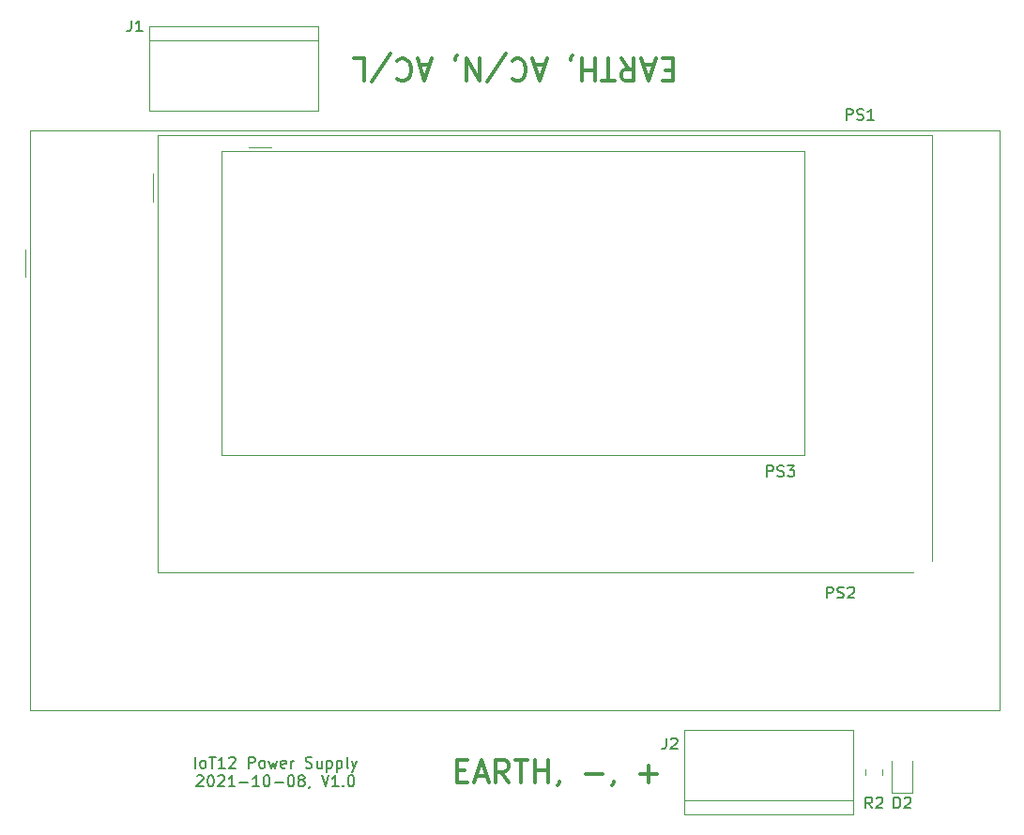
<source format=gto>
G04 #@! TF.GenerationSoftware,KiCad,Pcbnew,(5.1.10)-1*
G04 #@! TF.CreationDate,2021-10-08T18:43:58+02:00*
G04 #@! TF.ProjectId,IoT12 Power Supply,496f5431-3220-4506-9f77-657220537570,rev?*
G04 #@! TF.SameCoordinates,Original*
G04 #@! TF.FileFunction,Legend,Top*
G04 #@! TF.FilePolarity,Positive*
%FSLAX46Y46*%
G04 Gerber Fmt 4.6, Leading zero omitted, Abs format (unit mm)*
G04 Created by KiCad (PCBNEW (5.1.10)-1) date 2021-10-08 18:43:58*
%MOMM*%
%LPD*%
G01*
G04 APERTURE LIST*
%ADD10C,0.300000*%
%ADD11C,0.150000*%
%ADD12C,0.120000*%
%ADD13C,2.500000*%
%ADD14R,2.500000X2.500000*%
%ADD15C,4.000000*%
%ADD16C,0.800000*%
%ADD17C,6.400000*%
%ADD18C,3.000000*%
%ADD19R,3.000000X3.000000*%
G04 APERTURE END LIST*
D10*
X147162380Y-121777142D02*
X147829047Y-121777142D01*
X148114761Y-122824761D02*
X147162380Y-122824761D01*
X147162380Y-120824761D01*
X148114761Y-120824761D01*
X148876666Y-122253333D02*
X149829047Y-122253333D01*
X148686190Y-122824761D02*
X149352857Y-120824761D01*
X150019523Y-122824761D01*
X151829047Y-122824761D02*
X151162380Y-121872380D01*
X150686190Y-122824761D02*
X150686190Y-120824761D01*
X151448095Y-120824761D01*
X151638571Y-120920000D01*
X151733809Y-121015238D01*
X151829047Y-121205714D01*
X151829047Y-121491428D01*
X151733809Y-121681904D01*
X151638571Y-121777142D01*
X151448095Y-121872380D01*
X150686190Y-121872380D01*
X152400476Y-120824761D02*
X153543333Y-120824761D01*
X152971904Y-122824761D02*
X152971904Y-120824761D01*
X154210000Y-122824761D02*
X154210000Y-120824761D01*
X154210000Y-121777142D02*
X155352857Y-121777142D01*
X155352857Y-122824761D02*
X155352857Y-120824761D01*
X156400476Y-122729523D02*
X156400476Y-122824761D01*
X156305238Y-123015238D01*
X156210000Y-123110476D01*
X158781428Y-122062857D02*
X160305238Y-122062857D01*
X161352857Y-122729523D02*
X161352857Y-122824761D01*
X161257619Y-123015238D01*
X161162380Y-123110476D01*
X163733809Y-122062857D02*
X165257619Y-122062857D01*
X164495714Y-122824761D02*
X164495714Y-121300952D01*
X166638095Y-58562857D02*
X165971428Y-58562857D01*
X165685714Y-57515238D02*
X166638095Y-57515238D01*
X166638095Y-59515238D01*
X165685714Y-59515238D01*
X164923809Y-58086666D02*
X163971428Y-58086666D01*
X165114285Y-57515238D02*
X164447619Y-59515238D01*
X163780952Y-57515238D01*
X161971428Y-57515238D02*
X162638095Y-58467619D01*
X163114285Y-57515238D02*
X163114285Y-59515238D01*
X162352380Y-59515238D01*
X162161904Y-59420000D01*
X162066666Y-59324761D01*
X161971428Y-59134285D01*
X161971428Y-58848571D01*
X162066666Y-58658095D01*
X162161904Y-58562857D01*
X162352380Y-58467619D01*
X163114285Y-58467619D01*
X161400000Y-59515238D02*
X160257142Y-59515238D01*
X160828571Y-57515238D02*
X160828571Y-59515238D01*
X159590476Y-57515238D02*
X159590476Y-59515238D01*
X159590476Y-58562857D02*
X158447619Y-58562857D01*
X158447619Y-57515238D02*
X158447619Y-59515238D01*
X157400000Y-57610476D02*
X157400000Y-57515238D01*
X157495238Y-57324761D01*
X157590476Y-57229523D01*
X155114285Y-58086666D02*
X154161904Y-58086666D01*
X155304761Y-57515238D02*
X154638095Y-59515238D01*
X153971428Y-57515238D01*
X152161904Y-57705714D02*
X152257142Y-57610476D01*
X152542857Y-57515238D01*
X152733333Y-57515238D01*
X153019047Y-57610476D01*
X153209523Y-57800952D01*
X153304761Y-57991428D01*
X153400000Y-58372380D01*
X153400000Y-58658095D01*
X153304761Y-59039047D01*
X153209523Y-59229523D01*
X153019047Y-59420000D01*
X152733333Y-59515238D01*
X152542857Y-59515238D01*
X152257142Y-59420000D01*
X152161904Y-59324761D01*
X149876190Y-59610476D02*
X151590476Y-57039047D01*
X149209523Y-57515238D02*
X149209523Y-59515238D01*
X148066666Y-57515238D01*
X148066666Y-59515238D01*
X147019047Y-57610476D02*
X147019047Y-57515238D01*
X147114285Y-57324761D01*
X147209523Y-57229523D01*
X144733333Y-58086666D02*
X143780952Y-58086666D01*
X144923809Y-57515238D02*
X144257142Y-59515238D01*
X143590476Y-57515238D01*
X141780952Y-57705714D02*
X141876190Y-57610476D01*
X142161904Y-57515238D01*
X142352380Y-57515238D01*
X142638095Y-57610476D01*
X142828571Y-57800952D01*
X142923809Y-57991428D01*
X143019047Y-58372380D01*
X143019047Y-58658095D01*
X142923809Y-59039047D01*
X142828571Y-59229523D01*
X142638095Y-59420000D01*
X142352380Y-59515238D01*
X142161904Y-59515238D01*
X141876190Y-59420000D01*
X141780952Y-59324761D01*
X139495238Y-59610476D02*
X141209523Y-57039047D01*
X137876190Y-57515238D02*
X138828571Y-57515238D01*
X138828571Y-59515238D01*
D11*
X123571904Y-121547380D02*
X123571904Y-120547380D01*
X124190952Y-121547380D02*
X124095714Y-121499761D01*
X124048095Y-121452142D01*
X124000476Y-121356904D01*
X124000476Y-121071190D01*
X124048095Y-120975952D01*
X124095714Y-120928333D01*
X124190952Y-120880714D01*
X124333809Y-120880714D01*
X124429047Y-120928333D01*
X124476666Y-120975952D01*
X124524285Y-121071190D01*
X124524285Y-121356904D01*
X124476666Y-121452142D01*
X124429047Y-121499761D01*
X124333809Y-121547380D01*
X124190952Y-121547380D01*
X124810000Y-120547380D02*
X125381428Y-120547380D01*
X125095714Y-121547380D02*
X125095714Y-120547380D01*
X126238571Y-121547380D02*
X125667142Y-121547380D01*
X125952857Y-121547380D02*
X125952857Y-120547380D01*
X125857619Y-120690238D01*
X125762380Y-120785476D01*
X125667142Y-120833095D01*
X126619523Y-120642619D02*
X126667142Y-120595000D01*
X126762380Y-120547380D01*
X127000476Y-120547380D01*
X127095714Y-120595000D01*
X127143333Y-120642619D01*
X127190952Y-120737857D01*
X127190952Y-120833095D01*
X127143333Y-120975952D01*
X126571904Y-121547380D01*
X127190952Y-121547380D01*
X128381428Y-121547380D02*
X128381428Y-120547380D01*
X128762380Y-120547380D01*
X128857619Y-120595000D01*
X128905238Y-120642619D01*
X128952857Y-120737857D01*
X128952857Y-120880714D01*
X128905238Y-120975952D01*
X128857619Y-121023571D01*
X128762380Y-121071190D01*
X128381428Y-121071190D01*
X129524285Y-121547380D02*
X129429047Y-121499761D01*
X129381428Y-121452142D01*
X129333809Y-121356904D01*
X129333809Y-121071190D01*
X129381428Y-120975952D01*
X129429047Y-120928333D01*
X129524285Y-120880714D01*
X129667142Y-120880714D01*
X129762380Y-120928333D01*
X129810000Y-120975952D01*
X129857619Y-121071190D01*
X129857619Y-121356904D01*
X129810000Y-121452142D01*
X129762380Y-121499761D01*
X129667142Y-121547380D01*
X129524285Y-121547380D01*
X130190952Y-120880714D02*
X130381428Y-121547380D01*
X130571904Y-121071190D01*
X130762380Y-121547380D01*
X130952857Y-120880714D01*
X131714761Y-121499761D02*
X131619523Y-121547380D01*
X131429047Y-121547380D01*
X131333809Y-121499761D01*
X131286190Y-121404523D01*
X131286190Y-121023571D01*
X131333809Y-120928333D01*
X131429047Y-120880714D01*
X131619523Y-120880714D01*
X131714761Y-120928333D01*
X131762380Y-121023571D01*
X131762380Y-121118809D01*
X131286190Y-121214047D01*
X132190952Y-121547380D02*
X132190952Y-120880714D01*
X132190952Y-121071190D02*
X132238571Y-120975952D01*
X132286190Y-120928333D01*
X132381428Y-120880714D01*
X132476666Y-120880714D01*
X133524285Y-121499761D02*
X133667142Y-121547380D01*
X133905238Y-121547380D01*
X134000476Y-121499761D01*
X134048095Y-121452142D01*
X134095714Y-121356904D01*
X134095714Y-121261666D01*
X134048095Y-121166428D01*
X134000476Y-121118809D01*
X133905238Y-121071190D01*
X133714761Y-121023571D01*
X133619523Y-120975952D01*
X133571904Y-120928333D01*
X133524285Y-120833095D01*
X133524285Y-120737857D01*
X133571904Y-120642619D01*
X133619523Y-120595000D01*
X133714761Y-120547380D01*
X133952857Y-120547380D01*
X134095714Y-120595000D01*
X134952857Y-120880714D02*
X134952857Y-121547380D01*
X134524285Y-120880714D02*
X134524285Y-121404523D01*
X134571904Y-121499761D01*
X134667142Y-121547380D01*
X134810000Y-121547380D01*
X134905238Y-121499761D01*
X134952857Y-121452142D01*
X135429047Y-120880714D02*
X135429047Y-121880714D01*
X135429047Y-120928333D02*
X135524285Y-120880714D01*
X135714761Y-120880714D01*
X135810000Y-120928333D01*
X135857619Y-120975952D01*
X135905238Y-121071190D01*
X135905238Y-121356904D01*
X135857619Y-121452142D01*
X135810000Y-121499761D01*
X135714761Y-121547380D01*
X135524285Y-121547380D01*
X135429047Y-121499761D01*
X136333809Y-120880714D02*
X136333809Y-121880714D01*
X136333809Y-120928333D02*
X136429047Y-120880714D01*
X136619523Y-120880714D01*
X136714761Y-120928333D01*
X136762380Y-120975952D01*
X136810000Y-121071190D01*
X136810000Y-121356904D01*
X136762380Y-121452142D01*
X136714761Y-121499761D01*
X136619523Y-121547380D01*
X136429047Y-121547380D01*
X136333809Y-121499761D01*
X137381428Y-121547380D02*
X137286190Y-121499761D01*
X137238571Y-121404523D01*
X137238571Y-120547380D01*
X137667142Y-120880714D02*
X137905238Y-121547380D01*
X138143333Y-120880714D02*
X137905238Y-121547380D01*
X137810000Y-121785476D01*
X137762380Y-121833095D01*
X137667142Y-121880714D01*
X123714761Y-122292619D02*
X123762380Y-122245000D01*
X123857619Y-122197380D01*
X124095714Y-122197380D01*
X124190952Y-122245000D01*
X124238571Y-122292619D01*
X124286190Y-122387857D01*
X124286190Y-122483095D01*
X124238571Y-122625952D01*
X123667142Y-123197380D01*
X124286190Y-123197380D01*
X124905238Y-122197380D02*
X125000476Y-122197380D01*
X125095714Y-122245000D01*
X125143333Y-122292619D01*
X125190952Y-122387857D01*
X125238571Y-122578333D01*
X125238571Y-122816428D01*
X125190952Y-123006904D01*
X125143333Y-123102142D01*
X125095714Y-123149761D01*
X125000476Y-123197380D01*
X124905238Y-123197380D01*
X124810000Y-123149761D01*
X124762380Y-123102142D01*
X124714761Y-123006904D01*
X124667142Y-122816428D01*
X124667142Y-122578333D01*
X124714761Y-122387857D01*
X124762380Y-122292619D01*
X124810000Y-122245000D01*
X124905238Y-122197380D01*
X125619523Y-122292619D02*
X125667142Y-122245000D01*
X125762380Y-122197380D01*
X126000476Y-122197380D01*
X126095714Y-122245000D01*
X126143333Y-122292619D01*
X126190952Y-122387857D01*
X126190952Y-122483095D01*
X126143333Y-122625952D01*
X125571904Y-123197380D01*
X126190952Y-123197380D01*
X127143333Y-123197380D02*
X126571904Y-123197380D01*
X126857619Y-123197380D02*
X126857619Y-122197380D01*
X126762380Y-122340238D01*
X126667142Y-122435476D01*
X126571904Y-122483095D01*
X127571904Y-122816428D02*
X128333809Y-122816428D01*
X129333809Y-123197380D02*
X128762380Y-123197380D01*
X129048095Y-123197380D02*
X129048095Y-122197380D01*
X128952857Y-122340238D01*
X128857619Y-122435476D01*
X128762380Y-122483095D01*
X129952857Y-122197380D02*
X130048095Y-122197380D01*
X130143333Y-122245000D01*
X130190952Y-122292619D01*
X130238571Y-122387857D01*
X130286190Y-122578333D01*
X130286190Y-122816428D01*
X130238571Y-123006904D01*
X130190952Y-123102142D01*
X130143333Y-123149761D01*
X130048095Y-123197380D01*
X129952857Y-123197380D01*
X129857619Y-123149761D01*
X129810000Y-123102142D01*
X129762380Y-123006904D01*
X129714761Y-122816428D01*
X129714761Y-122578333D01*
X129762380Y-122387857D01*
X129810000Y-122292619D01*
X129857619Y-122245000D01*
X129952857Y-122197380D01*
X130714761Y-122816428D02*
X131476666Y-122816428D01*
X132143333Y-122197380D02*
X132238571Y-122197380D01*
X132333809Y-122245000D01*
X132381428Y-122292619D01*
X132429047Y-122387857D01*
X132476666Y-122578333D01*
X132476666Y-122816428D01*
X132429047Y-123006904D01*
X132381428Y-123102142D01*
X132333809Y-123149761D01*
X132238571Y-123197380D01*
X132143333Y-123197380D01*
X132048095Y-123149761D01*
X132000476Y-123102142D01*
X131952857Y-123006904D01*
X131905238Y-122816428D01*
X131905238Y-122578333D01*
X131952857Y-122387857D01*
X132000476Y-122292619D01*
X132048095Y-122245000D01*
X132143333Y-122197380D01*
X133048095Y-122625952D02*
X132952857Y-122578333D01*
X132905238Y-122530714D01*
X132857619Y-122435476D01*
X132857619Y-122387857D01*
X132905238Y-122292619D01*
X132952857Y-122245000D01*
X133048095Y-122197380D01*
X133238571Y-122197380D01*
X133333809Y-122245000D01*
X133381428Y-122292619D01*
X133429047Y-122387857D01*
X133429047Y-122435476D01*
X133381428Y-122530714D01*
X133333809Y-122578333D01*
X133238571Y-122625952D01*
X133048095Y-122625952D01*
X132952857Y-122673571D01*
X132905238Y-122721190D01*
X132857619Y-122816428D01*
X132857619Y-123006904D01*
X132905238Y-123102142D01*
X132952857Y-123149761D01*
X133048095Y-123197380D01*
X133238571Y-123197380D01*
X133333809Y-123149761D01*
X133381428Y-123102142D01*
X133429047Y-123006904D01*
X133429047Y-122816428D01*
X133381428Y-122721190D01*
X133333809Y-122673571D01*
X133238571Y-122625952D01*
X133905238Y-123149761D02*
X133905238Y-123197380D01*
X133857619Y-123292619D01*
X133810000Y-123340238D01*
X134952857Y-122197380D02*
X135286190Y-123197380D01*
X135619523Y-122197380D01*
X136476666Y-123197380D02*
X135905238Y-123197380D01*
X136190952Y-123197380D02*
X136190952Y-122197380D01*
X136095714Y-122340238D01*
X136000476Y-122435476D01*
X135905238Y-122483095D01*
X136905238Y-123102142D02*
X136952857Y-123149761D01*
X136905238Y-123197380D01*
X136857619Y-123149761D01*
X136905238Y-123102142D01*
X136905238Y-123197380D01*
X137571904Y-122197380D02*
X137667142Y-122197380D01*
X137762380Y-122245000D01*
X137810000Y-122292619D01*
X137857619Y-122387857D01*
X137905238Y-122578333D01*
X137905238Y-122816428D01*
X137857619Y-123006904D01*
X137810000Y-123102142D01*
X137762380Y-123149761D01*
X137667142Y-123197380D01*
X137571904Y-123197380D01*
X137476666Y-123149761D01*
X137429047Y-123102142D01*
X137381428Y-123006904D01*
X137333809Y-122816428D01*
X137333809Y-122578333D01*
X137381428Y-122387857D01*
X137429047Y-122292619D01*
X137476666Y-122245000D01*
X137571904Y-122197380D01*
D12*
X119777000Y-67935500D02*
X119777000Y-70435500D01*
X120133000Y-64451500D02*
X120133000Y-103851500D01*
X190033000Y-103851500D02*
X190033000Y-64451500D01*
X120133000Y-103851500D02*
X190033000Y-103851500D01*
X190033000Y-64451500D02*
X120133000Y-64451500D01*
X184050000Y-122147064D02*
X184050000Y-121692936D01*
X185520000Y-122147064D02*
X185520000Y-121692936D01*
X186365000Y-120920000D02*
X186365000Y-123780000D01*
X186365000Y-123780000D02*
X188285000Y-123780000D01*
X188285000Y-123780000D02*
X188285000Y-120920000D01*
X130413000Y-65501500D02*
X128413000Y-65501500D01*
X178533000Y-65831500D02*
X178533000Y-93271500D01*
X125893000Y-65831500D02*
X178533000Y-65831500D01*
X125893000Y-93271500D02*
X178533000Y-93271500D01*
X125893000Y-65831500D02*
X125893000Y-93271500D01*
X108210000Y-77220000D02*
X108210000Y-74720000D01*
X108698400Y-63964200D02*
X108698400Y-116364200D01*
X196098400Y-116364200D02*
X196098400Y-63964200D01*
X108698400Y-116364200D02*
X196098400Y-116364200D01*
X196098400Y-63964200D02*
X108698400Y-63964200D01*
X167640000Y-125730000D02*
X167640000Y-118110000D01*
X182880000Y-125730000D02*
X182880000Y-118110000D01*
X167640000Y-124460000D02*
X182880000Y-124460000D01*
X167640000Y-118110000D02*
X182880000Y-118110000D01*
X167640000Y-125730000D02*
X182880000Y-125730000D01*
X134620000Y-54610000D02*
X134620000Y-62230000D01*
X119380000Y-54610000D02*
X119380000Y-62230000D01*
X134620000Y-55880000D02*
X119380000Y-55880000D01*
X134620000Y-62230000D02*
X119380000Y-62230000D01*
X134620000Y-54610000D02*
X119380000Y-54610000D01*
D11*
X180538714Y-106193880D02*
X180538714Y-105193880D01*
X180919666Y-105193880D01*
X181014904Y-105241500D01*
X181062523Y-105289119D01*
X181110142Y-105384357D01*
X181110142Y-105527214D01*
X181062523Y-105622452D01*
X181014904Y-105670071D01*
X180919666Y-105717690D01*
X180538714Y-105717690D01*
X181491095Y-106146261D02*
X181633952Y-106193880D01*
X181872047Y-106193880D01*
X181967285Y-106146261D01*
X182014904Y-106098642D01*
X182062523Y-106003404D01*
X182062523Y-105908166D01*
X182014904Y-105812928D01*
X181967285Y-105765309D01*
X181872047Y-105717690D01*
X181681571Y-105670071D01*
X181586333Y-105622452D01*
X181538714Y-105574833D01*
X181491095Y-105479595D01*
X181491095Y-105384357D01*
X181538714Y-105289119D01*
X181586333Y-105241500D01*
X181681571Y-105193880D01*
X181919666Y-105193880D01*
X182062523Y-105241500D01*
X182443476Y-105289119D02*
X182491095Y-105241500D01*
X182586333Y-105193880D01*
X182824428Y-105193880D01*
X182919666Y-105241500D01*
X182967285Y-105289119D01*
X183014904Y-105384357D01*
X183014904Y-105479595D01*
X182967285Y-105622452D01*
X182395857Y-106193880D01*
X183014904Y-106193880D01*
X184618333Y-125166380D02*
X184285000Y-124690190D01*
X184046904Y-125166380D02*
X184046904Y-124166380D01*
X184427857Y-124166380D01*
X184523095Y-124214000D01*
X184570714Y-124261619D01*
X184618333Y-124356857D01*
X184618333Y-124499714D01*
X184570714Y-124594952D01*
X184523095Y-124642571D01*
X184427857Y-124690190D01*
X184046904Y-124690190D01*
X184999285Y-124261619D02*
X185046904Y-124214000D01*
X185142142Y-124166380D01*
X185380238Y-124166380D01*
X185475476Y-124214000D01*
X185523095Y-124261619D01*
X185570714Y-124356857D01*
X185570714Y-124452095D01*
X185523095Y-124594952D01*
X184951666Y-125166380D01*
X185570714Y-125166380D01*
X186586904Y-125166380D02*
X186586904Y-124166380D01*
X186825000Y-124166380D01*
X186967857Y-124214000D01*
X187063095Y-124309238D01*
X187110714Y-124404476D01*
X187158333Y-124594952D01*
X187158333Y-124737809D01*
X187110714Y-124928285D01*
X187063095Y-125023523D01*
X186967857Y-125118761D01*
X186825000Y-125166380D01*
X186586904Y-125166380D01*
X187539285Y-124261619D02*
X187586904Y-124214000D01*
X187682142Y-124166380D01*
X187920238Y-124166380D01*
X188015476Y-124214000D01*
X188063095Y-124261619D01*
X188110714Y-124356857D01*
X188110714Y-124452095D01*
X188063095Y-124594952D01*
X187491666Y-125166380D01*
X188110714Y-125166380D01*
X175128714Y-95243880D02*
X175128714Y-94243880D01*
X175509666Y-94243880D01*
X175604904Y-94291500D01*
X175652523Y-94339119D01*
X175700142Y-94434357D01*
X175700142Y-94577214D01*
X175652523Y-94672452D01*
X175604904Y-94720071D01*
X175509666Y-94767690D01*
X175128714Y-94767690D01*
X176081095Y-95196261D02*
X176223952Y-95243880D01*
X176462047Y-95243880D01*
X176557285Y-95196261D01*
X176604904Y-95148642D01*
X176652523Y-95053404D01*
X176652523Y-94958166D01*
X176604904Y-94862928D01*
X176557285Y-94815309D01*
X176462047Y-94767690D01*
X176271571Y-94720071D01*
X176176333Y-94672452D01*
X176128714Y-94624833D01*
X176081095Y-94529595D01*
X176081095Y-94434357D01*
X176128714Y-94339119D01*
X176176333Y-94291500D01*
X176271571Y-94243880D01*
X176509666Y-94243880D01*
X176652523Y-94291500D01*
X176985857Y-94243880D02*
X177604904Y-94243880D01*
X177271571Y-94624833D01*
X177414428Y-94624833D01*
X177509666Y-94672452D01*
X177557285Y-94720071D01*
X177604904Y-94815309D01*
X177604904Y-95053404D01*
X177557285Y-95148642D01*
X177509666Y-95196261D01*
X177414428Y-95243880D01*
X177128714Y-95243880D01*
X177033476Y-95196261D01*
X176985857Y-95148642D01*
X182300714Y-63063380D02*
X182300714Y-62063380D01*
X182681666Y-62063380D01*
X182776904Y-62111000D01*
X182824523Y-62158619D01*
X182872142Y-62253857D01*
X182872142Y-62396714D01*
X182824523Y-62491952D01*
X182776904Y-62539571D01*
X182681666Y-62587190D01*
X182300714Y-62587190D01*
X183253095Y-63015761D02*
X183395952Y-63063380D01*
X183634047Y-63063380D01*
X183729285Y-63015761D01*
X183776904Y-62968142D01*
X183824523Y-62872904D01*
X183824523Y-62777666D01*
X183776904Y-62682428D01*
X183729285Y-62634809D01*
X183634047Y-62587190D01*
X183443571Y-62539571D01*
X183348333Y-62491952D01*
X183300714Y-62444333D01*
X183253095Y-62349095D01*
X183253095Y-62253857D01*
X183300714Y-62158619D01*
X183348333Y-62111000D01*
X183443571Y-62063380D01*
X183681666Y-62063380D01*
X183824523Y-62111000D01*
X184776904Y-63063380D02*
X184205476Y-63063380D01*
X184491190Y-63063380D02*
X184491190Y-62063380D01*
X184395952Y-62206238D01*
X184300714Y-62301476D01*
X184205476Y-62349095D01*
X166036666Y-118832380D02*
X166036666Y-119546666D01*
X165989047Y-119689523D01*
X165893809Y-119784761D01*
X165750952Y-119832380D01*
X165655714Y-119832380D01*
X166465238Y-118927619D02*
X166512857Y-118880000D01*
X166608095Y-118832380D01*
X166846190Y-118832380D01*
X166941428Y-118880000D01*
X166989047Y-118927619D01*
X167036666Y-119022857D01*
X167036666Y-119118095D01*
X166989047Y-119260952D01*
X166417619Y-119832380D01*
X167036666Y-119832380D01*
X117776666Y-54062380D02*
X117776666Y-54776666D01*
X117729047Y-54919523D01*
X117633809Y-55014761D01*
X117490952Y-55062380D01*
X117395714Y-55062380D01*
X118776666Y-55062380D02*
X118205238Y-55062380D01*
X118490952Y-55062380D02*
X118490952Y-54062380D01*
X118395714Y-54205238D01*
X118300476Y-54300476D01*
X118205238Y-54348095D01*
%LPC*%
D13*
X124333000Y-74651500D03*
X185833000Y-78151500D03*
D14*
X124333000Y-69151500D03*
D13*
X185833000Y-69151500D03*
X124333000Y-100151500D03*
G36*
G01*
X185235001Y-121520000D02*
X184334999Y-121520000D01*
G75*
G02*
X184085000Y-121270001I0J249999D01*
G01*
X184085000Y-120569999D01*
G75*
G02*
X184334999Y-120320000I249999J0D01*
G01*
X185235001Y-120320000D01*
G75*
G02*
X185485000Y-120569999I0J-249999D01*
G01*
X185485000Y-121270001D01*
G75*
G02*
X185235001Y-121520000I-249999J0D01*
G01*
G37*
G36*
G01*
X185235001Y-123520000D02*
X184334999Y-123520000D01*
G75*
G02*
X184085000Y-123270001I0J249999D01*
G01*
X184085000Y-122569999D01*
G75*
G02*
X184334999Y-122320000I249999J0D01*
G01*
X185235001Y-122320000D01*
G75*
G02*
X185485000Y-122569999I0J-249999D01*
G01*
X185485000Y-123270001D01*
G75*
G02*
X185235001Y-123520000I-249999J0D01*
G01*
G37*
G36*
G01*
X187775001Y-121470000D02*
X186874999Y-121470000D01*
G75*
G02*
X186625000Y-121220001I0J249999D01*
G01*
X186625000Y-120569999D01*
G75*
G02*
X186874999Y-120320000I249999J0D01*
G01*
X187775001Y-120320000D01*
G75*
G02*
X188025000Y-120569999I0J-249999D01*
G01*
X188025000Y-121220001D01*
G75*
G02*
X187775001Y-121470000I-249999J0D01*
G01*
G37*
G36*
G01*
X187775001Y-123520000D02*
X186874999Y-123520000D01*
G75*
G02*
X186625000Y-123270001I0J249999D01*
G01*
X186625000Y-122619999D01*
G75*
G02*
X186874999Y-122370000I249999J0D01*
G01*
X187775001Y-122370000D01*
G75*
G02*
X188025000Y-122619999I0J-249999D01*
G01*
X188025000Y-123270001D01*
G75*
G02*
X187775001Y-123520000I-249999J0D01*
G01*
G37*
D14*
X129413000Y-69151500D03*
D13*
X174413000Y-81951500D03*
X129413000Y-89951500D03*
X174413000Y-89951500D03*
D15*
X190198400Y-104914200D03*
D13*
X114198400Y-69164200D03*
D15*
X190198400Y-110414200D03*
D14*
X114198400Y-75914200D03*
D16*
X113457056Y-120222944D03*
X111760000Y-119520000D03*
X110062944Y-120222944D03*
X109360000Y-121920000D03*
X110062944Y-123617056D03*
X111760000Y-124320000D03*
X113457056Y-123617056D03*
X114160000Y-121920000D03*
D17*
X111760000Y-121920000D03*
D16*
X113457056Y-56722944D03*
X111760000Y-56020000D03*
X110062944Y-56722944D03*
X109360000Y-58420000D03*
X110062944Y-60117056D03*
X111760000Y-60820000D03*
X113457056Y-60117056D03*
X114160000Y-58420000D03*
D17*
X111760000Y-58420000D03*
D16*
X194737056Y-120222944D03*
X193040000Y-119520000D03*
X191342944Y-120222944D03*
X190640000Y-121920000D03*
X191342944Y-123617056D03*
X193040000Y-124320000D03*
X194737056Y-123617056D03*
X195440000Y-121920000D03*
D17*
X193040000Y-121920000D03*
D16*
X194737056Y-56722944D03*
X193040000Y-56020000D03*
X191342944Y-56722944D03*
X190640000Y-58420000D03*
X191342944Y-60117056D03*
X193040000Y-60820000D03*
X194737056Y-60117056D03*
X195440000Y-58420000D03*
D17*
X193040000Y-58420000D03*
D18*
X180340000Y-121920000D03*
X175260000Y-121920000D03*
D19*
X170180000Y-121920000D03*
D18*
X121920000Y-58420000D03*
X127000000Y-58420000D03*
D19*
X132080000Y-58420000D03*
M02*

</source>
